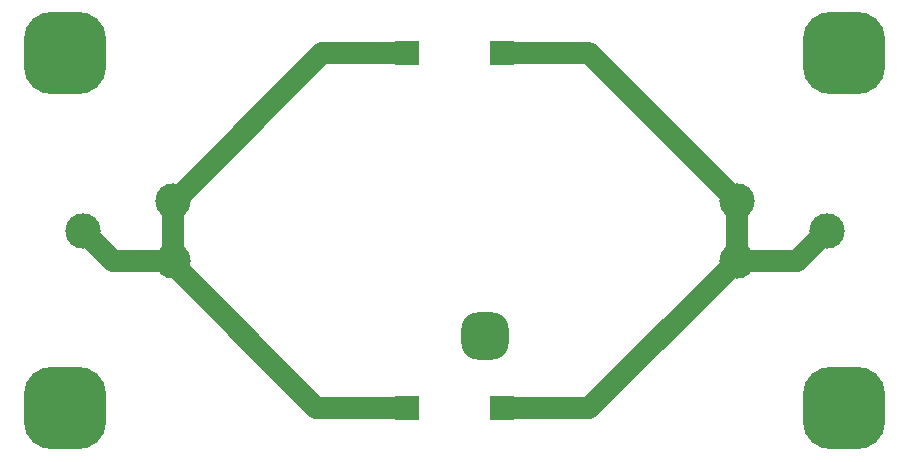
<source format=gtl>
G04*
G04 #@! TF.GenerationSoftware,Altium Limited,Altium Designer,18.1.9 (240)*
G04*
G04 Layer_Physical_Order=1*
G04 Layer_Color=255*
%FSLAX24Y24*%
%MOIN*%
G70*
G01*
G75*
%ADD16R,0.0787X0.0787*%
%ADD17C,0.0748*%
%ADD18C,0.1181*%
G04:AMPARAMS|DCode=19|XSize=157.5mil|YSize=157.5mil|CornerRadius=55.1mil|HoleSize=0mil|Usage=FLASHONLY|Rotation=180.000|XOffset=0mil|YOffset=0mil|HoleType=Round|Shape=RoundedRectangle|*
%AMROUNDEDRECTD19*
21,1,0.1575,0.0472,0,0,180.0*
21,1,0.0472,0.1575,0,0,180.0*
1,1,0.1102,-0.0236,0.0236*
1,1,0.1102,0.0236,0.0236*
1,1,0.1102,0.0236,-0.0236*
1,1,0.1102,-0.0236,-0.0236*
%
%ADD19ROUNDEDRECTD19*%
G04:AMPARAMS|DCode=20|XSize=275.6mil|YSize=275.6mil|CornerRadius=96.5mil|HoleSize=0mil|Usage=FLASHONLY|Rotation=0.000|XOffset=0mil|YOffset=0mil|HoleType=Round|Shape=RoundedRectangle|*
%AMROUNDEDRECTD20*
21,1,0.2756,0.0827,0,0,0.0*
21,1,0.0827,0.2756,0,0,0.0*
1,1,0.1929,0.0413,-0.0413*
1,1,0.1929,-0.0413,-0.0413*
1,1,0.1929,-0.0413,0.0413*
1,1,0.1929,0.0413,0.0413*
%
%ADD20ROUNDEDRECTD20*%
D16*
X19291Y1969D02*
D03*
Y13780D02*
D03*
X16142D02*
D03*
Y1969D02*
D03*
D17*
X8315Y6874D02*
Y8874D01*
X5315Y7874D02*
X6315Y6874D01*
X8315D01*
X27118D02*
Y8874D01*
X29118Y6874D02*
X30118Y7874D01*
X27118Y6874D02*
X29118D01*
X22213Y1969D02*
X27118Y6874D01*
X19291Y1969D02*
X22213D01*
Y13780D02*
X27118Y8874D01*
X19291Y13780D02*
X22213D01*
X13307D02*
X16142D01*
X8402Y8874D02*
X13307Y13780D01*
X8315Y8874D02*
X8402D01*
X13110Y1969D02*
X16142D01*
X8315Y6764D02*
X13110Y1969D01*
X8315Y6764D02*
Y6874D01*
D18*
X5315Y7874D02*
D03*
X8315Y8874D02*
D03*
Y6874D02*
D03*
X27118Y8874D02*
D03*
Y6874D02*
D03*
X30118Y7874D02*
D03*
D19*
X18740Y4350D02*
D03*
D20*
X30709Y13780D02*
D03*
Y1969D02*
D03*
X4724D02*
D03*
Y13780D02*
D03*
M02*

</source>
